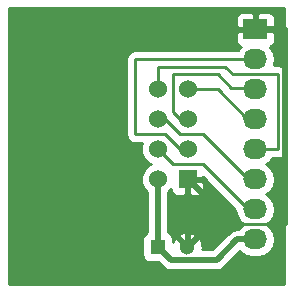
<source format=gtl>
G04 #@! TF.FileFunction,Copper,L1,Top,Signal*
%FSLAX46Y46*%
G04 Gerber Fmt 4.6, Leading zero omitted, Abs format (unit mm)*
G04 Created by KiCad (PCBNEW 4.0.1-stable) date 2016 January 17, Sunday 11:36:18*
%MOMM*%
G01*
G04 APERTURE LIST*
%ADD10C,0.100000*%
%ADD11R,2.032000X1.727200*%
%ADD12O,2.032000X1.727200*%
%ADD13C,1.524000*%
%ADD14R,1.524000X1.524000*%
%ADD15C,1.300000*%
%ADD16R,1.300000X1.300000*%
%ADD17C,0.250000*%
%ADD18C,0.508000*%
%ADD19C,0.254000*%
G04 APERTURE END LIST*
D10*
D11*
X151765000Y-107950000D03*
D12*
X151765000Y-110490000D03*
X151765000Y-113030000D03*
X151765000Y-115570000D03*
X151765000Y-118110000D03*
X151765000Y-120650000D03*
X151765000Y-123190000D03*
X151765000Y-125730000D03*
D13*
X146050000Y-118110000D03*
X146050000Y-115570000D03*
X146050000Y-113030000D03*
X143510000Y-113030000D03*
X143510000Y-115570000D03*
X143510000Y-118110000D03*
X143510000Y-120650000D03*
D14*
X146050000Y-120650000D03*
D15*
X146010000Y-126365000D03*
D16*
X143510000Y-126365000D03*
D17*
X146050000Y-118110000D02*
X145415000Y-118110000D01*
X145415000Y-118110000D02*
X144145000Y-116840000D01*
X144145000Y-116840000D02*
X141605000Y-116840000D01*
X141605000Y-116840000D02*
X141605000Y-110490000D01*
X141605000Y-110490000D02*
X150495000Y-110490000D01*
X150495000Y-110490000D02*
X151255000Y-110365000D01*
X151255000Y-110365000D02*
X152428333Y-110365000D01*
X146050000Y-115570000D02*
X145415000Y-115570000D01*
X145415000Y-115570000D02*
X144780000Y-114935000D01*
X144780000Y-114935000D02*
X144780000Y-111760000D01*
X144780000Y-111760000D02*
X148590000Y-111760000D01*
X148590000Y-111760000D02*
X149735000Y-112905000D01*
X149735000Y-112905000D02*
X152428333Y-112905000D01*
X146050000Y-113030000D02*
X148590000Y-113030000D01*
X151005000Y-115445000D02*
X152428333Y-115445000D01*
X148590000Y-113030000D02*
X151005000Y-115445000D01*
X143510000Y-113030000D02*
X143510000Y-111125000D01*
X153670000Y-118110000D02*
X151765000Y-118110000D01*
X153670000Y-111760000D02*
X153670000Y-118110000D01*
X149860000Y-111760000D02*
X153670000Y-111760000D01*
X149225000Y-111125000D02*
X149860000Y-111760000D01*
X143510000Y-111125000D02*
X149225000Y-111125000D01*
X143510000Y-115570000D02*
X144145000Y-115570000D01*
X144145000Y-115570000D02*
X145415000Y-116840000D01*
X145415000Y-116840000D02*
X147320000Y-116840000D01*
X147320000Y-116840000D02*
X151130000Y-120650000D01*
X151130000Y-120650000D02*
X151765000Y-120650000D01*
X143510000Y-118110000D02*
X144780000Y-119380000D01*
X147320000Y-119380000D02*
X151130000Y-123190000D01*
X144780000Y-119380000D02*
X147320000Y-119380000D01*
X151130000Y-123190000D02*
X151765000Y-123190000D01*
D18*
X143510000Y-126365000D02*
X144614001Y-127469001D01*
X144614001Y-127469001D02*
X148501999Y-127469001D01*
X148501999Y-127469001D02*
X150241000Y-125730000D01*
X150241000Y-125730000D02*
X151765000Y-125730000D01*
X143510000Y-120650000D02*
X143510000Y-126365000D01*
D17*
X152303333Y-125730000D02*
X152428333Y-125605000D01*
D18*
X146050000Y-120650000D02*
X146050000Y-126325000D01*
X146050000Y-126325000D02*
X146010000Y-126365000D01*
X146050000Y-120650000D02*
X149860000Y-124460000D01*
X154305000Y-124460000D02*
X154305000Y-107950000D01*
D17*
X149860000Y-124460000D02*
X154305000Y-124460000D01*
D18*
X154305000Y-107950000D02*
X152400000Y-107950000D01*
D17*
X151130000Y-107950000D02*
X152303333Y-107950000D01*
X152303333Y-107950000D02*
X152428333Y-107825000D01*
X146050000Y-120650000D02*
X145415000Y-120650000D01*
X151130000Y-107950000D02*
X151158333Y-107921667D01*
X151158333Y-107921667D02*
X151158333Y-107825000D01*
D19*
G36*
X154230000Y-111256421D02*
X154207401Y-111222599D01*
X153960839Y-111057852D01*
X153670000Y-111000000D01*
X153346900Y-111000000D01*
X153448345Y-110490000D01*
X153334271Y-109916511D01*
X153009415Y-109430330D01*
X152987220Y-109415500D01*
X153140698Y-109351927D01*
X153319327Y-109173299D01*
X153416000Y-108939910D01*
X153416000Y-108235750D01*
X153257250Y-108077000D01*
X151892000Y-108077000D01*
X151892000Y-108097000D01*
X151638000Y-108097000D01*
X151638000Y-108077000D01*
X150272750Y-108077000D01*
X150114000Y-108235750D01*
X150114000Y-108939910D01*
X150210673Y-109173299D01*
X150389302Y-109351927D01*
X150542780Y-109415500D01*
X150520585Y-109430330D01*
X150320352Y-109730000D01*
X141605000Y-109730000D01*
X141314161Y-109787852D01*
X141067599Y-109952599D01*
X140902852Y-110199161D01*
X140845000Y-110490000D01*
X140845000Y-116840000D01*
X140902852Y-117130839D01*
X141067599Y-117377401D01*
X141314161Y-117542148D01*
X141605000Y-117600000D01*
X142209121Y-117600000D01*
X142113243Y-117830900D01*
X142112758Y-118386661D01*
X142324990Y-118900303D01*
X142717630Y-119293629D01*
X142925512Y-119379949D01*
X142719697Y-119464990D01*
X142326371Y-119857630D01*
X142113243Y-120370900D01*
X142112758Y-120926661D01*
X142324990Y-121440303D01*
X142621000Y-121736830D01*
X142621000Y-125114208D01*
X142408559Y-125250910D01*
X142263569Y-125463110D01*
X142212560Y-125715000D01*
X142212560Y-127015000D01*
X142256838Y-127250317D01*
X142395910Y-127466441D01*
X142608110Y-127611431D01*
X142860000Y-127662440D01*
X143550204Y-127662440D01*
X143985383Y-128097619D01*
X144273795Y-128290330D01*
X144614001Y-128358001D01*
X148501999Y-128358001D01*
X148842205Y-128290330D01*
X149130617Y-128097619D01*
X150487733Y-126740503D01*
X150520585Y-126789670D01*
X151006766Y-127114526D01*
X151580255Y-127228600D01*
X151949745Y-127228600D01*
X152523234Y-127114526D01*
X153009415Y-126789670D01*
X153334271Y-126303489D01*
X153448345Y-125730000D01*
X153334271Y-125156511D01*
X153009415Y-124670330D01*
X152694634Y-124460000D01*
X153009415Y-124249670D01*
X153334271Y-123763489D01*
X153448345Y-123190000D01*
X153334271Y-122616511D01*
X153009415Y-122130330D01*
X152694634Y-121920000D01*
X153009415Y-121709670D01*
X153334271Y-121223489D01*
X153448345Y-120650000D01*
X153334271Y-120076511D01*
X153009415Y-119590330D01*
X152694634Y-119380000D01*
X153009415Y-119169670D01*
X153209648Y-118870000D01*
X153670000Y-118870000D01*
X153960839Y-118812148D01*
X154207401Y-118647401D01*
X154230000Y-118613579D01*
X154230000Y-129465000D01*
X130885000Y-129465000D01*
X130885000Y-106960090D01*
X150114000Y-106960090D01*
X150114000Y-107664250D01*
X150272750Y-107823000D01*
X151638000Y-107823000D01*
X151638000Y-106610150D01*
X151892000Y-106610150D01*
X151892000Y-107823000D01*
X153257250Y-107823000D01*
X153416000Y-107664250D01*
X153416000Y-106960090D01*
X153319327Y-106726701D01*
X153140698Y-106548073D01*
X152907309Y-106451400D01*
X152050750Y-106451400D01*
X151892000Y-106610150D01*
X151638000Y-106610150D01*
X151479250Y-106451400D01*
X150622691Y-106451400D01*
X150389302Y-106548073D01*
X150210673Y-106726701D01*
X150114000Y-106960090D01*
X130885000Y-106960090D01*
X130885000Y-106120000D01*
X154230000Y-106120000D01*
X154230000Y-111256421D01*
X154230000Y-111256421D01*
G37*
X154230000Y-111256421D02*
X154207401Y-111222599D01*
X153960839Y-111057852D01*
X153670000Y-111000000D01*
X153346900Y-111000000D01*
X153448345Y-110490000D01*
X153334271Y-109916511D01*
X153009415Y-109430330D01*
X152987220Y-109415500D01*
X153140698Y-109351927D01*
X153319327Y-109173299D01*
X153416000Y-108939910D01*
X153416000Y-108235750D01*
X153257250Y-108077000D01*
X151892000Y-108077000D01*
X151892000Y-108097000D01*
X151638000Y-108097000D01*
X151638000Y-108077000D01*
X150272750Y-108077000D01*
X150114000Y-108235750D01*
X150114000Y-108939910D01*
X150210673Y-109173299D01*
X150389302Y-109351927D01*
X150542780Y-109415500D01*
X150520585Y-109430330D01*
X150320352Y-109730000D01*
X141605000Y-109730000D01*
X141314161Y-109787852D01*
X141067599Y-109952599D01*
X140902852Y-110199161D01*
X140845000Y-110490000D01*
X140845000Y-116840000D01*
X140902852Y-117130839D01*
X141067599Y-117377401D01*
X141314161Y-117542148D01*
X141605000Y-117600000D01*
X142209121Y-117600000D01*
X142113243Y-117830900D01*
X142112758Y-118386661D01*
X142324990Y-118900303D01*
X142717630Y-119293629D01*
X142925512Y-119379949D01*
X142719697Y-119464990D01*
X142326371Y-119857630D01*
X142113243Y-120370900D01*
X142112758Y-120926661D01*
X142324990Y-121440303D01*
X142621000Y-121736830D01*
X142621000Y-125114208D01*
X142408559Y-125250910D01*
X142263569Y-125463110D01*
X142212560Y-125715000D01*
X142212560Y-127015000D01*
X142256838Y-127250317D01*
X142395910Y-127466441D01*
X142608110Y-127611431D01*
X142860000Y-127662440D01*
X143550204Y-127662440D01*
X143985383Y-128097619D01*
X144273795Y-128290330D01*
X144614001Y-128358001D01*
X148501999Y-128358001D01*
X148842205Y-128290330D01*
X149130617Y-128097619D01*
X150487733Y-126740503D01*
X150520585Y-126789670D01*
X151006766Y-127114526D01*
X151580255Y-127228600D01*
X151949745Y-127228600D01*
X152523234Y-127114526D01*
X153009415Y-126789670D01*
X153334271Y-126303489D01*
X153448345Y-125730000D01*
X153334271Y-125156511D01*
X153009415Y-124670330D01*
X152694634Y-124460000D01*
X153009415Y-124249670D01*
X153334271Y-123763489D01*
X153448345Y-123190000D01*
X153334271Y-122616511D01*
X153009415Y-122130330D01*
X152694634Y-121920000D01*
X153009415Y-121709670D01*
X153334271Y-121223489D01*
X153448345Y-120650000D01*
X153334271Y-120076511D01*
X153009415Y-119590330D01*
X152694634Y-119380000D01*
X153009415Y-119169670D01*
X153209648Y-118870000D01*
X153670000Y-118870000D01*
X153960839Y-118812148D01*
X154207401Y-118647401D01*
X154230000Y-118613579D01*
X154230000Y-129465000D01*
X130885000Y-129465000D01*
X130885000Y-106960090D01*
X150114000Y-106960090D01*
X150114000Y-107664250D01*
X150272750Y-107823000D01*
X151638000Y-107823000D01*
X151638000Y-106610150D01*
X151892000Y-106610150D01*
X151892000Y-107823000D01*
X153257250Y-107823000D01*
X153416000Y-107664250D01*
X153416000Y-106960090D01*
X153319327Y-106726701D01*
X153140698Y-106548073D01*
X152907309Y-106451400D01*
X152050750Y-106451400D01*
X151892000Y-106610150D01*
X151638000Y-106610150D01*
X151479250Y-106451400D01*
X150622691Y-106451400D01*
X150389302Y-106548073D01*
X150210673Y-106726701D01*
X150114000Y-106960090D01*
X130885000Y-106960090D01*
X130885000Y-106120000D01*
X154230000Y-106120000D01*
X154230000Y-111256421D01*
G36*
X150088224Y-123223026D02*
X150195729Y-123763489D01*
X150520585Y-124249670D01*
X150835366Y-124460000D01*
X150520585Y-124670330D01*
X150406547Y-124841000D01*
X150241000Y-124841000D01*
X149900794Y-124908671D01*
X149663273Y-125067378D01*
X149612382Y-125101382D01*
X148133763Y-126580001D01*
X147295763Y-126580001D01*
X147307622Y-126545922D01*
X147278083Y-126035572D01*
X147139611Y-125701271D01*
X146909016Y-125645590D01*
X146189605Y-126365000D01*
X146203748Y-126379143D01*
X146024143Y-126558748D01*
X146010000Y-126544605D01*
X145995858Y-126558748D01*
X145816253Y-126379143D01*
X145830395Y-126365000D01*
X145110984Y-125645590D01*
X144880389Y-125701271D01*
X144807440Y-125910902D01*
X144807440Y-125715000D01*
X144763162Y-125479683D01*
X144754347Y-125465984D01*
X145290590Y-125465984D01*
X146010000Y-126185395D01*
X146729410Y-125465984D01*
X146673729Y-125235389D01*
X146190922Y-125067378D01*
X145680572Y-125096917D01*
X145346271Y-125235389D01*
X145290590Y-125465984D01*
X144754347Y-125465984D01*
X144624090Y-125263559D01*
X144411890Y-125118569D01*
X144399000Y-125115959D01*
X144399000Y-121736485D01*
X144653000Y-121482928D01*
X144653000Y-121538310D01*
X144749673Y-121771699D01*
X144928302Y-121950327D01*
X145161691Y-122047000D01*
X145764250Y-122047000D01*
X145923000Y-121888250D01*
X145923000Y-120777000D01*
X146177000Y-120777000D01*
X146177000Y-121888250D01*
X146335750Y-122047000D01*
X146938309Y-122047000D01*
X147171698Y-121950327D01*
X147350327Y-121771699D01*
X147447000Y-121538310D01*
X147447000Y-120935750D01*
X147288250Y-120777000D01*
X146177000Y-120777000D01*
X145923000Y-120777000D01*
X145903000Y-120777000D01*
X145903000Y-120523000D01*
X145923000Y-120523000D01*
X145923000Y-120503000D01*
X146177000Y-120503000D01*
X146177000Y-120523000D01*
X147288250Y-120523000D01*
X147338224Y-120473026D01*
X150088224Y-123223026D01*
X150088224Y-123223026D01*
G37*
X150088224Y-123223026D02*
X150195729Y-123763489D01*
X150520585Y-124249670D01*
X150835366Y-124460000D01*
X150520585Y-124670330D01*
X150406547Y-124841000D01*
X150241000Y-124841000D01*
X149900794Y-124908671D01*
X149663273Y-125067378D01*
X149612382Y-125101382D01*
X148133763Y-126580001D01*
X147295763Y-126580001D01*
X147307622Y-126545922D01*
X147278083Y-126035572D01*
X147139611Y-125701271D01*
X146909016Y-125645590D01*
X146189605Y-126365000D01*
X146203748Y-126379143D01*
X146024143Y-126558748D01*
X146010000Y-126544605D01*
X145995858Y-126558748D01*
X145816253Y-126379143D01*
X145830395Y-126365000D01*
X145110984Y-125645590D01*
X144880389Y-125701271D01*
X144807440Y-125910902D01*
X144807440Y-125715000D01*
X144763162Y-125479683D01*
X144754347Y-125465984D01*
X145290590Y-125465984D01*
X146010000Y-126185395D01*
X146729410Y-125465984D01*
X146673729Y-125235389D01*
X146190922Y-125067378D01*
X145680572Y-125096917D01*
X145346271Y-125235389D01*
X145290590Y-125465984D01*
X144754347Y-125465984D01*
X144624090Y-125263559D01*
X144411890Y-125118569D01*
X144399000Y-125115959D01*
X144399000Y-121736485D01*
X144653000Y-121482928D01*
X144653000Y-121538310D01*
X144749673Y-121771699D01*
X144928302Y-121950327D01*
X145161691Y-122047000D01*
X145764250Y-122047000D01*
X145923000Y-121888250D01*
X145923000Y-120777000D01*
X146177000Y-120777000D01*
X146177000Y-121888250D01*
X146335750Y-122047000D01*
X146938309Y-122047000D01*
X147171698Y-121950327D01*
X147350327Y-121771699D01*
X147447000Y-121538310D01*
X147447000Y-120935750D01*
X147288250Y-120777000D01*
X146177000Y-120777000D01*
X145923000Y-120777000D01*
X145903000Y-120777000D01*
X145903000Y-120523000D01*
X145923000Y-120523000D01*
X145923000Y-120503000D01*
X146177000Y-120503000D01*
X146177000Y-120523000D01*
X147288250Y-120523000D01*
X147338224Y-120473026D01*
X150088224Y-123223026D01*
M02*

</source>
